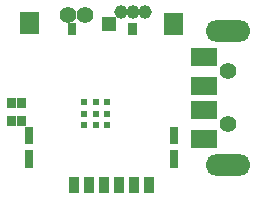
<source format=gbs>
G04 (created by PCBNEW (22-Jun-2014 BZR 4027)-stable) date Mon 22 Dec 2014 18:07:12 CET*
%MOIN*%
G04 Gerber Fmt 3.4, Leading zero omitted, Abs format*
%FSLAX34Y34*%
G01*
G70*
G90*
G04 APERTURE LIST*
%ADD10C,0.00590551*%
%ADD11C,0.023811*%
%ADD12O,0.1498X0.0711*%
%ADD13R,0.0907X0.0592*%
%ADD14C,0.0553*%
%ADD15C,0.0454646*%
%ADD16R,0.0454646X0.0454646*%
%ADD17C,0.0551181*%
G04 APERTURE END LIST*
G54D10*
G36*
X-215Y-3190D02*
X-550Y-3190D01*
X-550Y-2659D01*
X-215Y-2659D01*
X-215Y-3190D01*
X-215Y-3190D01*
G37*
G36*
X276Y-3190D02*
X-58Y-3190D01*
X-58Y-2659D01*
X276Y-2659D01*
X276Y-3190D01*
X276Y-3190D01*
G37*
G36*
X-717Y-3190D02*
X-1052Y-3190D01*
X-1052Y-2659D01*
X-717Y-2659D01*
X-717Y-3190D01*
X-717Y-3190D01*
G37*
G36*
X-1219Y-3190D02*
X-1554Y-3190D01*
X-1554Y-2659D01*
X-1219Y-2659D01*
X-1219Y-3190D01*
X-1219Y-3190D01*
G37*
G36*
X-1721Y-3190D02*
X-2056Y-3190D01*
X-2056Y-2659D01*
X-1721Y-2659D01*
X-1721Y-3190D01*
X-1721Y-3190D01*
G37*
G36*
X-2223Y-3190D02*
X-2558Y-3190D01*
X-2558Y-2659D01*
X-2223Y-2659D01*
X-2223Y-3190D01*
X-2223Y-3190D01*
G37*
G36*
X1072Y-2344D02*
X817Y-2344D01*
X817Y-1753D01*
X1072Y-1753D01*
X1072Y-2344D01*
X1072Y-2344D01*
G37*
G36*
X1072Y-1556D02*
X817Y-1556D01*
X817Y-965D01*
X1072Y-965D01*
X1072Y-1556D01*
X1072Y-1556D01*
G37*
G36*
X-3769Y-1556D02*
X-4024Y-1556D01*
X-4024Y-965D01*
X-3769Y-965D01*
X-3769Y-1556D01*
X-3769Y-1556D01*
G37*
G36*
X-3769Y-2344D02*
X-4024Y-2344D01*
X-4024Y-1753D01*
X-3769Y-1753D01*
X-3769Y-2344D01*
X-3769Y-2344D01*
G37*
G36*
X1240Y2085D02*
X611Y2085D01*
X611Y2832D01*
X1240Y2832D01*
X1240Y2085D01*
X1240Y2085D01*
G37*
G36*
X-3562Y2125D02*
X-4191Y2125D01*
X-4191Y2872D01*
X-3562Y2872D01*
X-3562Y2125D01*
X-3562Y2125D01*
G37*
G36*
X-306Y2105D02*
X-597Y2105D01*
X-597Y2498D01*
X-306Y2498D01*
X-306Y2105D01*
X-306Y2105D01*
G37*
G36*
X-2314Y2105D02*
X-2605Y2105D01*
X-2605Y2498D01*
X-2314Y2498D01*
X-2314Y2105D01*
X-2314Y2105D01*
G37*
G54D11*
X-1673Y-531D03*
X-1279Y-531D03*
X-2067Y-531D03*
X-2067Y-137D03*
X-1673Y-137D03*
X-1279Y-137D03*
X-1279Y-925D03*
X-1673Y-925D03*
X-2067Y-925D03*
G54D10*
G36*
X-4623Y-627D02*
X-4326Y-627D01*
X-4326Y-944D01*
X-4623Y-944D01*
X-4623Y-627D01*
X-4623Y-627D01*
G37*
G36*
X-4623Y-27D02*
X-4326Y-27D01*
X-4326Y-344D01*
X-4623Y-344D01*
X-4623Y-27D01*
X-4623Y-27D01*
G37*
G36*
X-4303Y-627D02*
X-4006Y-627D01*
X-4006Y-944D01*
X-4303Y-944D01*
X-4303Y-627D01*
X-4303Y-627D01*
G37*
G36*
X-4303Y-27D02*
X-4006Y-27D01*
X-4006Y-344D01*
X-4303Y-344D01*
X-4303Y-27D01*
X-4303Y-27D01*
G37*
G54D12*
X2755Y2237D03*
X2755Y-2250D03*
G54D13*
X1928Y-400D03*
X1928Y393D03*
X1928Y-1384D03*
X1928Y1371D03*
G54D14*
X2755Y-892D03*
X2755Y879D03*
G54D15*
X-829Y2872D03*
X-429Y2872D03*
G54D16*
X-1229Y2472D03*
G54D15*
X-29Y2872D03*
G54D17*
X-2598Y2754D03*
X-2007Y2754D03*
M02*

</source>
